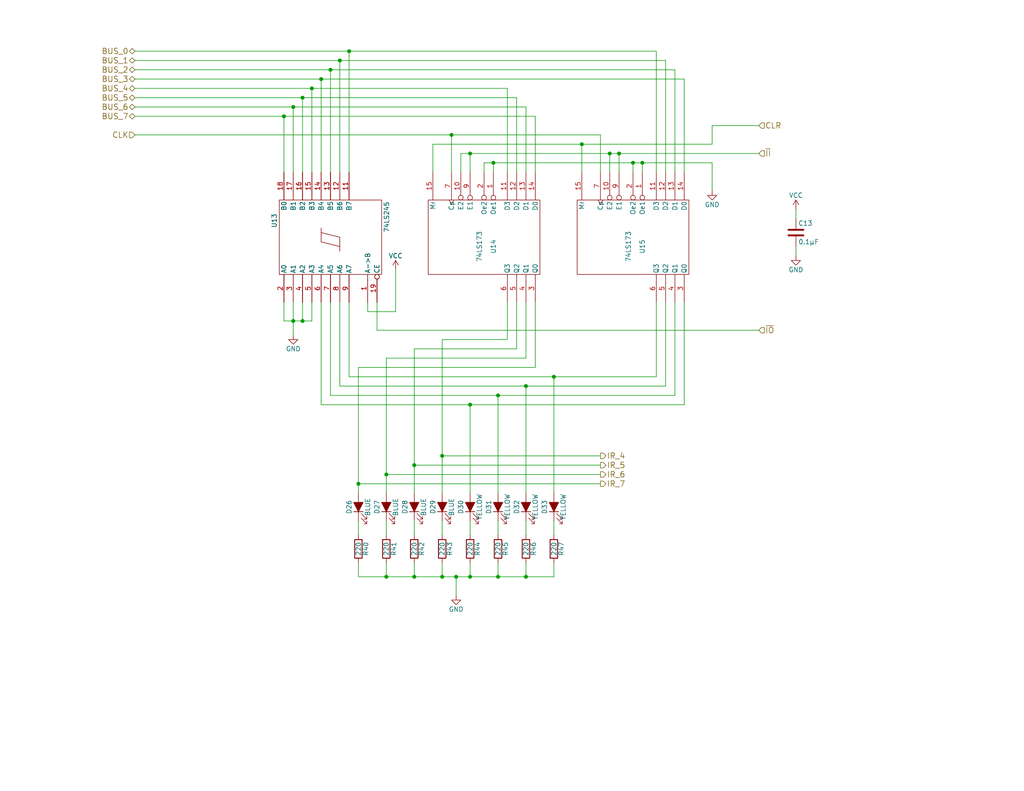
<source format=kicad_sch>
(kicad_sch (version 20230121) (generator eeschema)
  (paper "USLetter")
  (lib_symbols
    (symbol "8bit-computer-rescue:74LS173-8bit-computer-rescue" (pin_names (offset 0.254))
      (property "Reference" "U" (at 2.54 2.54 0))
      (property "Value" "8bit-computer-rescue:74LS173" (at 2.54 -1.27 0))
      (symbol "74LS173-8bit-computer-rescue_0_0"
        (pin power_in line (at -7.62 15.24 90) (length 0) hide (name "VCC") (number "16"))
        (pin power_in line (at -7.62 -15.24 90) (length 0) hide (name "GND") (number "8"))
      )
      (symbol "74LS173-8bit-computer-rescue_0_1"
        (rectangle (start -10.16 15.24) (end 10.16 -15.24))
      )
      (symbol "74LS173-8bit-computer-rescue_1_1"
        (pin input inverted (at -17.78 2.54 0) (length 7.62) (name "Oe1") (number "1"))
        (pin input inverted (at -17.78 -6.35 0) (length 7.62) (name "E2") (number "10"))
        (pin input line (at -17.78 6.35 0) (length 7.62) (name "D3") (number "11"))
        (pin input line (at -17.78 8.89 0) (length 7.62) (name "D2") (number "12"))
        (pin input line (at -17.78 11.43 0) (length 7.62) (name "D1") (number "13"))
        (pin input line (at -17.78 13.97 0) (length 7.62) (name "D0") (number "14"))
        (pin input line (at -17.78 -13.97 0) (length 7.62) (name "Mr") (number "15"))
        (pin input inverted (at -17.78 0 0) (length 7.62) (name "Oe2") (number "2"))
        (pin tri_state line (at 17.78 13.97 180) (length 7.62) (name "Q0") (number "3"))
        (pin tri_state line (at 17.78 11.43 180) (length 7.62) (name "Q1") (number "4"))
        (pin tri_state line (at 17.78 8.89 180) (length 7.62) (name "Q2") (number "5"))
        (pin tri_state line (at 17.78 6.35 180) (length 7.62) (name "Q3") (number "6"))
        (pin input clock (at -17.78 -8.89 0) (length 7.62) (name "Cp") (number "7"))
        (pin input inverted (at -17.78 -3.81 0) (length 7.62) (name "E1") (number "9"))
      )
    )
    (symbol "8bit-computer-rescue:74LS245-8bit-computer-rescue" (pin_names (offset 0.254))
      (property "Reference" "U" (at 2.54 14.605 0))
      (property "Value" "8bit-computer-rescue:74LS245" (at 1.27 -14.605 0))
      (symbol "74LS245-8bit-computer-rescue_0_0"
        (pin power_in line (at 0 -13.97 90) (length 0) hide (name "GND") (number "10"))
        (pin power_in line (at 0 13.97 270) (length 0) hide (name "VCC") (number "20"))
      )
      (symbol "74LS245-8bit-computer-rescue_0_1"
        (rectangle (start -10.16 13.97) (end 10.16 -13.97))
        (polyline (pts (xy 1.27 2.54) (xy 0 -2.54) (xy -2.54 -2.54)))
        (polyline (pts (xy 2.54 2.54) (xy -1.27 2.54) (xy -2.54 -2.54) (xy -3.81 -2.54)))
      )
      (symbol "74LS245-8bit-computer-rescue_1_1"
        (pin input line (at -17.78 -10.16 0) (length 7.62) (name "A->B") (number "1"))
        (pin tri_state line (at 17.78 -5.08 180) (length 7.62) (name "B7") (number "11"))
        (pin tri_state line (at 17.78 -2.54 180) (length 7.62) (name "B6") (number "12"))
        (pin tri_state line (at 17.78 0 180) (length 7.62) (name "B5") (number "13"))
        (pin tri_state line (at 17.78 2.54 180) (length 7.62) (name "B4") (number "14"))
        (pin tri_state line (at 17.78 5.08 180) (length 7.62) (name "B3") (number "15"))
        (pin tri_state line (at 17.78 7.62 180) (length 7.62) (name "B2") (number "16"))
        (pin tri_state line (at 17.78 10.16 180) (length 7.62) (name "B1") (number "17"))
        (pin tri_state line (at 17.78 12.7 180) (length 7.62) (name "B0") (number "18"))
        (pin input inverted (at -17.78 -12.7 0) (length 7.62) (name "CE") (number "19"))
        (pin tri_state line (at -17.78 12.7 0) (length 7.62) (name "A0") (number "2"))
        (pin tri_state line (at -17.78 10.16 0) (length 7.62) (name "A1") (number "3"))
        (pin tri_state line (at -17.78 7.62 0) (length 7.62) (name "A2") (number "4"))
        (pin tri_state line (at -17.78 5.08 0) (length 7.62) (name "A3") (number "5"))
        (pin tri_state line (at -17.78 2.54 0) (length 7.62) (name "A4") (number "6"))
        (pin tri_state line (at -17.78 0 0) (length 7.62) (name "A5") (number "7"))
        (pin tri_state line (at -17.78 -2.54 0) (length 7.62) (name "A6") (number "8"))
        (pin tri_state line (at -17.78 -5.08 0) (length 7.62) (name "A7") (number "9"))
      )
    )
    (symbol "8bit-computer-rescue:LED_ALT-Device" (pin_numbers hide) (pin_names (offset 1.016) hide)
      (property "Reference" "D" (at 0 2.54 0))
      (property "Value" "Device:LED_ALT" (at 0 -2.54 0))
      (symbol "LED_ALT-Device_0_1"
        (polyline (pts (xy -1.27 -1.27) (xy -1.27 1.27)) (stroke (width 0.2032)))
        (polyline (pts (xy -1.27 0) (xy 1.27 0)))
        (polyline (pts (xy 1.27 -1.27) (xy 1.27 1.27) (xy -1.27 0) (xy 1.27 -1.27)) (stroke (width 0.2032)) (fill (type outline)))
        (polyline (pts (xy -3.048 -0.762) (xy -4.572 -2.286) (xy -3.81 -2.286) (xy -4.572 -2.286) (xy -4.572 -1.524)))
        (polyline (pts (xy -1.778 -0.762) (xy -3.302 -2.286) (xy -2.54 -2.286) (xy -3.302 -2.286) (xy -3.302 -1.524)))
      )
      (symbol "LED_ALT-Device_1_1"
        (pin passive line (at -3.81 0 0) (length 2.54) (name "K") (number "1"))
        (pin passive line (at 3.81 0 180) (length 2.54) (name "A") (number "2"))
      )
    )
    (symbol "Device:C" (pin_numbers hide) (pin_names (offset 0.254))
      (property "Reference" "C" (at 0.635 2.54 0))
      (property "Value" "C" (at 0.635 -2.54 0))
      (symbol "C_0_1"
        (polyline (pts (xy -2.032 -0.762) (xy 2.032 -0.762)) (stroke (width 0.508)))
        (polyline (pts (xy -2.032 0.762) (xy 2.032 0.762)) (stroke (width 0.508)))
      )
      (symbol "C_1_1"
        (pin passive line (at 0 3.81 270) (length 2.794) (name "~") (number "1"))
        (pin passive line (at 0 -3.81 90) (length 2.794) (name "~") (number "2"))
      )
    )
    (symbol "Device:R" (pin_numbers hide) (pin_names (offset 0))
      (property "Reference" "R" (at 2.032 0 90))
      (property "Value" "R" (at 0 0 90))
      (symbol "R_0_1"
        (rectangle (start -1.016 -2.54) (end 1.016 2.54) (stroke (width 0.254)))
      )
      (symbol "R_1_1"
        (pin passive line (at 0 3.81 270) (length 1.27) (name "~") (number "1"))
        (pin passive line (at 0 -3.81 90) (length 1.27) (name "~") (number "2"))
      )
    )
    (symbol "power:GND" (power) (pin_names (offset 0))
      (property "Value" "GND" (at 0 -3.81 0))
      (symbol "GND_0_1"
        (polyline (pts (xy 0 0) (xy 0 -1.27) (xy 1.27 -1.27) (xy 0 -2.54) (xy -1.27 -1.27) (xy 0 -1.27)))
      )
      (symbol "GND_1_1"
        (pin power_in line (at 0 0 270) (length 0) hide (name "GND") (number "1"))
      )
    )
    (symbol "power:VCC" (power) (pin_names (offset 0))
      (property "Value" "VCC" (at 0 3.81 0))
      (symbol "VCC_0_1"
        (polyline (pts (xy -0.762 1.27) (xy 0 2.54)))
        (polyline (pts (xy 0 0) (xy 0 2.54)))
        (polyline (pts (xy 0 2.54) (xy 0.762 1.27)))
      )
      (symbol "VCC_1_1"
        (pin power_in line (at 0 0 90) (length 0) hide (name "VCC") (number "1"))
      )
    )
  )
  (junction (at 113.03 127))
  (junction (at 113.03 157.48))
  (junction (at 175.26 44.45))
  (junction (at 151.13 102.87))
  (junction (at 158.75 39.37))
  (junction (at 120.65 157.48))
  (junction (at 80.01 29.21))
  (junction (at 120.65 124.46))
  (junction (at 168.91 41.91))
  (junction (at 105.41 157.48))
  (junction (at 92.71 16.51))
  (junction (at 80.01 87.63))
  (junction (at 128.27 110.49))
  (junction (at 124.46 157.48))
  (junction (at 172.72 44.45))
  (junction (at 105.41 129.54))
  (junction (at 82.55 87.63))
  (junction (at 77.47 31.75))
  (junction (at 123.19 36.83))
  (junction (at 128.27 41.91))
  (junction (at 82.55 26.67))
  (junction (at 97.79 132.08))
  (junction (at 135.89 157.48))
  (junction (at 166.37 41.91))
  (junction (at 128.27 157.48))
  (junction (at 90.17 19.05))
  (junction (at 87.63 21.59))
  (junction (at 134.62 44.45))
  (junction (at 143.51 157.48))
  (junction (at 85.09 24.13))
  (junction (at 135.89 107.95))
  (junction (at 143.51 105.41))
  (junction (at 95.25 13.97))
  (wire (pts (xy 105.41 153.67) (xy 105.41 157.48)))
  (wire (pts (xy 151.13 102.87) (xy 179.07 102.87)))
  (wire (pts (xy 135.89 142.24) (xy 135.89 146.05)))
  (wire (pts (xy 146.05 31.75) (xy 146.05 46.99)))
  (wire (pts (xy 36.83 21.59) (xy 87.63 21.59)))
  (wire (pts (xy 181.61 16.51) (xy 181.61 46.99)))
  (wire (pts (xy 140.97 26.67) (xy 140.97 46.99)))
  (wire (pts (xy 80.01 82.55) (xy 80.01 87.63)))
  (wire (pts (xy 113.03 157.48) (xy 120.65 157.48)))
  (wire (pts (xy 36.83 16.51) (xy 92.71 16.51)))
  (wire (pts (xy 166.37 41.91) (xy 166.37 46.99)))
  (wire (pts (xy 186.69 110.49) (xy 186.69 82.55)))
  (wire (pts (xy 120.65 157.48) (xy 124.46 157.48)))
  (wire (pts (xy 82.55 26.67) (xy 140.97 26.67)))
  (wire (pts (xy 179.07 102.87) (xy 179.07 82.55)))
  (wire (pts (xy 128.27 157.48) (xy 135.89 157.48)))
  (wire (pts (xy 217.17 67.31) (xy 217.17 69.85)))
  (wire (pts (xy 138.43 24.13) (xy 138.43 46.99)))
  (wire (pts (xy 102.87 82.55) (xy 102.87 90.17)))
  (wire (pts (xy 163.83 132.08) (xy 97.79 132.08)))
  (wire (pts (xy 113.03 153.67) (xy 113.03 157.48)))
  (wire (pts (xy 135.89 153.67) (xy 135.89 157.48)))
  (wire (pts (xy 80.01 29.21) (xy 143.51 29.21)))
  (wire (pts (xy 120.65 124.46) (xy 120.65 134.62)))
  (wire (pts (xy 125.73 46.99) (xy 125.73 41.91)))
  (wire (pts (xy 95.25 13.97) (xy 179.07 13.97)))
  (wire (pts (xy 118.11 39.37) (xy 158.75 39.37)))
  (wire (pts (xy 95.25 102.87) (xy 151.13 102.87)))
  (wire (pts (xy 132.08 44.45) (xy 134.62 44.45)))
  (wire (pts (xy 186.69 21.59) (xy 186.69 46.99)))
  (wire (pts (xy 128.27 110.49) (xy 128.27 134.62)))
  (wire (pts (xy 135.89 107.95) (xy 184.15 107.95)))
  (wire (pts (xy 135.89 157.48) (xy 143.51 157.48)))
  (wire (pts (xy 87.63 110.49) (xy 128.27 110.49)))
  (wire (pts (xy 172.72 44.45) (xy 175.26 44.45)))
  (wire (pts (xy 100.33 85.09) (xy 107.95 85.09)))
  (wire (pts (xy 97.79 132.08) (xy 97.79 134.62)))
  (wire (pts (xy 77.47 87.63) (xy 80.01 87.63)))
  (wire (pts (xy 92.71 16.51) (xy 92.71 46.99)))
  (wire (pts (xy 92.71 82.55) (xy 92.71 105.41)))
  (wire (pts (xy 143.51 105.41) (xy 181.61 105.41)))
  (wire (pts (xy 128.27 110.49) (xy 186.69 110.49)))
  (wire (pts (xy 113.03 95.25) (xy 113.03 127)))
  (wire (pts (xy 166.37 41.91) (xy 168.91 41.91)))
  (wire (pts (xy 105.41 157.48) (xy 113.03 157.48)))
  (wire (pts (xy 217.17 57.15) (xy 217.17 59.69)))
  (wire (pts (xy 80.01 29.21) (xy 80.01 46.99)))
  (wire (pts (xy 36.83 36.83) (xy 123.19 36.83)))
  (wire (pts (xy 90.17 19.05) (xy 184.15 19.05)))
  (wire (pts (xy 107.95 85.09) (xy 107.95 73.66)))
  (wire (pts (xy 120.65 142.24) (xy 120.65 146.05)))
  (wire (pts (xy 36.83 24.13) (xy 85.09 24.13)))
  (wire (pts (xy 85.09 46.99) (xy 85.09 24.13)))
  (wire (pts (xy 158.75 39.37) (xy 194.31 39.37)))
  (wire (pts (xy 140.97 95.25) (xy 140.97 82.55)))
  (wire (pts (xy 95.25 13.97) (xy 95.25 46.99)))
  (wire (pts (xy 175.26 44.45) (xy 194.31 44.45)))
  (wire (pts (xy 151.13 142.24) (xy 151.13 146.05)))
  (wire (pts (xy 36.83 31.75) (xy 77.47 31.75)))
  (wire (pts (xy 105.41 129.54) (xy 105.41 134.62)))
  (wire (pts (xy 92.71 16.51) (xy 181.61 16.51)))
  (wire (pts (xy 120.65 92.71) (xy 120.65 124.46)))
  (wire (pts (xy 128.27 142.24) (xy 128.27 146.05)))
  (wire (pts (xy 163.83 36.83) (xy 163.83 46.99)))
  (wire (pts (xy 163.83 129.54) (xy 105.41 129.54)))
  (wire (pts (xy 118.11 46.99) (xy 118.11 39.37)))
  (wire (pts (xy 125.73 41.91) (xy 128.27 41.91)))
  (wire (pts (xy 36.83 13.97) (xy 95.25 13.97)))
  (wire (pts (xy 179.07 13.97) (xy 179.07 46.99)))
  (wire (pts (xy 175.26 44.45) (xy 175.26 46.99)))
  (wire (pts (xy 138.43 92.71) (xy 138.43 82.55)))
  (wire (pts (xy 82.55 87.63) (xy 85.09 87.63)))
  (wire (pts (xy 90.17 107.95) (xy 135.89 107.95)))
  (wire (pts (xy 163.83 127) (xy 113.03 127)))
  (wire (pts (xy 85.09 24.13) (xy 138.43 24.13)))
  (wire (pts (xy 105.41 97.79) (xy 105.41 129.54)))
  (wire (pts (xy 36.83 19.05) (xy 90.17 19.05)))
  (wire (pts (xy 143.51 97.79) (xy 143.51 82.55)))
  (wire (pts (xy 97.79 153.67) (xy 97.79 157.48)))
  (wire (pts (xy 168.91 41.91) (xy 168.91 46.99)))
  (wire (pts (xy 143.51 142.24) (xy 143.51 146.05)))
  (wire (pts (xy 120.65 153.67) (xy 120.65 157.48)))
  (wire (pts (xy 194.31 34.29) (xy 207.01 34.29)))
  (wire (pts (xy 77.47 31.75) (xy 146.05 31.75)))
  (wire (pts (xy 143.51 29.21) (xy 143.51 46.99)))
  (wire (pts (xy 123.19 36.83) (xy 163.83 36.83)))
  (wire (pts (xy 120.65 92.71) (xy 138.43 92.71)))
  (wire (pts (xy 184.15 107.95) (xy 184.15 82.55)))
  (wire (pts (xy 36.83 29.21) (xy 80.01 29.21)))
  (wire (pts (xy 97.79 100.33) (xy 97.79 132.08)))
  (wire (pts (xy 134.62 44.45) (xy 172.72 44.45)))
  (wire (pts (xy 105.41 142.24) (xy 105.41 146.05)))
  (wire (pts (xy 151.13 157.48) (xy 151.13 153.67)))
  (wire (pts (xy 82.55 82.55) (xy 82.55 87.63)))
  (wire (pts (xy 181.61 105.41) (xy 181.61 82.55)))
  (wire (pts (xy 80.01 87.63) (xy 82.55 87.63)))
  (wire (pts (xy 143.51 153.67) (xy 143.51 157.48)))
  (wire (pts (xy 87.63 82.55) (xy 87.63 110.49)))
  (wire (pts (xy 163.83 124.46) (xy 120.65 124.46)))
  (wire (pts (xy 85.09 87.63) (xy 85.09 82.55)))
  (wire (pts (xy 143.51 105.41) (xy 143.51 134.62)))
  (wire (pts (xy 97.79 142.24) (xy 97.79 146.05)))
  (wire (pts (xy 128.27 153.67) (xy 128.27 157.48)))
  (wire (pts (xy 168.91 41.91) (xy 207.01 41.91)))
  (wire (pts (xy 36.83 26.67) (xy 82.55 26.67)))
  (wire (pts (xy 134.62 44.45) (xy 134.62 46.99)))
  (wire (pts (xy 128.27 41.91) (xy 128.27 46.99)))
  (wire (pts (xy 82.55 26.67) (xy 82.55 46.99)))
  (wire (pts (xy 124.46 157.48) (xy 128.27 157.48)))
  (wire (pts (xy 124.46 162.56) (xy 124.46 157.48)))
  (wire (pts (xy 151.13 102.87) (xy 151.13 134.62)))
  (wire (pts (xy 90.17 19.05) (xy 90.17 46.99)))
  (wire (pts (xy 113.03 95.25) (xy 140.97 95.25)))
  (wire (pts (xy 194.31 39.37) (xy 194.31 34.29)))
  (wire (pts (xy 146.05 100.33) (xy 146.05 82.55)))
  (wire (pts (xy 158.75 39.37) (xy 158.75 46.99)))
  (wire (pts (xy 113.03 142.24) (xy 113.03 146.05)))
  (wire (pts (xy 100.33 82.55) (xy 100.33 85.09)))
  (wire (pts (xy 77.47 82.55) (xy 77.47 87.63)))
  (wire (pts (xy 102.87 90.17) (xy 207.01 90.17)))
  (wire (pts (xy 77.47 31.75) (xy 77.47 46.99)))
  (wire (pts (xy 92.71 105.41) (xy 143.51 105.41)))
  (wire (pts (xy 90.17 82.55) (xy 90.17 107.95)))
  (wire (pts (xy 172.72 44.45) (xy 172.72 46.99)))
  (wire (pts (xy 135.89 107.95) (xy 135.89 134.62)))
  (wire (pts (xy 95.25 82.55) (xy 95.25 102.87)))
  (wire (pts (xy 132.08 46.99) (xy 132.08 44.45)))
  (wire (pts (xy 87.63 21.59) (xy 186.69 21.59)))
  (wire (pts (xy 80.01 87.63) (xy 80.01 91.44)))
  (wire (pts (xy 87.63 21.59) (xy 87.63 46.99)))
  (wire (pts (xy 97.79 100.33) (xy 146.05 100.33)))
  (wire (pts (xy 184.15 19.05) (xy 184.15 46.99)))
  (wire (pts (xy 105.41 97.79) (xy 143.51 97.79)))
  (wire (pts (xy 194.31 44.45) (xy 194.31 52.07)))
  (wire (pts (xy 128.27 41.91) (xy 166.37 41.91)))
  (wire (pts (xy 123.19 36.83) (xy 123.19 46.99)))
  (wire (pts (xy 113.03 127) (xy 113.03 134.62)))
  (wire (pts (xy 97.79 157.48) (xy 105.41 157.48)))
  (wire (pts (xy 143.51 157.48) (xy 151.13 157.48)))
  (hierarchical_label "BUS_4" (shape bidirectional) (at 36.83 24.13 180) (effects (font (size 1.524 1.524))))
  (hierarchical_label "IR_6" (shape output) (at 163.83 129.54 0) (effects (font (size 1.524 1.524))))
  (hierarchical_label "~{IO}" (shape input) (at 207.01 90.17 0) (effects (font (size 1.524 1.524))))
  (hierarchical_label "BUS_1" (shape bidirectional) (at 36.83 16.51 180) (effects (font (size 1.524 1.524))))
  (hierarchical_label "~{II}" (shape input) (at 207.01 41.91 0) (effects (font (size 1.524 1.524))))
  (hierarchical_label "BUS_5" (shape bidirectional) (at 36.83 26.67 180) (effects (font (size 1.524 1.524))))
  (hierarchical_label "IR_7" (shape output) (at 163.83 132.08 0) (effects (font (size 1.524 1.524))))
  (hierarchical_label "CLK" (shape input) (at 36.83 36.83 180) (effects (font (size 1.524 1.524))))
  (hierarchical_label "IR_4" (shape output) (at 163.83 124.46 0) (effects (font (size 1.524 1.524))))
  (hierarchical_label "BUS_7" (shape bidirectional) (at 36.83 31.75 180) (effects (font (size 1.524 1.524))))
  (hierarchical_label "BUS_0" (shape bidirectional) (at 36.83 13.97 180) (effects (font (size 1.524 1.524))))
  (hierarchical_label "BUS_6" (shape bidirectional) (at 36.83 29.21 180) (effects (font (size 1.524 1.524))))
  (hierarchical_label "BUS_2" (shape bidirectional) (at 36.83 19.05 180) (effects (font (size 1.524 1.524))))
  (hierarchical_label "IR_5" (shape output) (at 163.83 127 0) (effects (font (size 1.524 1.524))))
  (hierarchical_label "BUS_3" (shape bidirectional) (at 36.83 21.59 180) (effects (font (size 1.524 1.524))))
  (hierarchical_label "CLR" (shape input) (at 207.01 34.29 0) (effects (font (size 1.524 1.524))))
  (symbol (lib_id "8bit-computer-rescue:LED_ALT-Device") (at 97.79 138.43 90) (unit 1)
    (property "Reference" "D26" (at 95.25 138.43 0))
    (property "Value" "BLUE" (at 100.33 138.43 0))
    (property "Footprint" "LED_THT:LED_D5.0mm" (effects hide))
  )
  (symbol (lib_id "8bit-computer-rescue:LED_ALT-Device") (at 120.65 138.43 90) (unit 1)
    (property "Reference" "D29" (at 118.11 138.43 0))
    (property "Value" "BLUE" (at 123.19 138.43 0))
    (property "Footprint" "LED_THT:LED_D5.0mm" (effects hide))
  )
  (symbol (lib_id "8bit-computer-rescue:LED_ALT-Device") (at 128.27 138.43 90) (unit 1)
    (property "Reference" "D30" (at 125.73 138.43 0))
    (property "Value" "YELLOW" (at 130.81 138.43 0))
    (property "Footprint" "LED_THT:LED_D5.0mm" (effects hide))
  )
  (symbol (lib_id "8bit-computer-rescue:LED_ALT-Device") (at 135.89 138.43 90) (unit 1)
    (property "Reference" "D31" (at 133.35 138.43 0))
    (property "Value" "YELLOW" (at 138.43 138.43 0))
    (property "Footprint" "LED_THT:LED_D5.0mm" (effects hide))
  )
  (symbol (lib_id "Device:R") (at 128.27 149.86 0) (unit 1)
    (property "Reference" "R44" (at 130.302 149.86 90))
    (property "Value" "220" (at 128.27 149.86 90))
    (property "Footprint" "Resistor_THT:R_Axial_DIN0207_L6.3mm_D2.5mm_P7.62mm_Horizontal" (effects hide))
  )
  (symbol (lib_id "power:GND") (at 80.01 91.44 0) (unit 1)
    (property "Reference" "#PWR027" (effects hide))
    (property "Value" "GND" (at 80.01 95.25 0))
  )
  (symbol (lib_id "8bit-computer-rescue:74LS173-8bit-computer-rescue") (at 132.08 64.77 270) (unit 1)
    (property "Reference" "U14" (at 134.62 67.31 0))
    (property "Value" "74LS173" (at 130.81 67.31 0))
    (property "Footprint" "Package_DIP:DIP-16_W7.62mm" (effects hide))
  )
  (symbol (lib_id "8bit-computer-rescue:74LS173-8bit-computer-rescue") (at 172.72 64.77 270) (unit 1)
    (property "Reference" "U15" (at 175.26 67.31 0))
    (property "Value" "74LS173" (at 171.45 67.31 0))
    (property "Footprint" "Package_DIP:DIP-16_W7.62mm" (effects hide))
  )
  (symbol (lib_id "8bit-computer-rescue:74LS245-8bit-computer-rescue") (at 90.17 64.77 90) (unit 1)
    (property "Reference" "U13" (at 75.565 62.23 0) (effects (justify left bottom)))
    (property "Value" "74LS245" (at 104.775 63.5 0) (effects (justify left top)))
    (property "Footprint" "Package_DIP:DIP-20_W7.62mm" (effects hide))
  )
  (symbol (lib_id "8bit-computer-rescue:LED_ALT-Device") (at 105.41 138.43 90) (unit 1)
    (property "Reference" "D27" (at 102.87 138.43 0))
    (property "Value" "BLUE" (at 107.95 138.43 0))
    (property "Footprint" "LED_THT:LED_D5.0mm" (effects hide))
  )
  (symbol (lib_id "8bit-computer-rescue:LED_ALT-Device") (at 113.03 138.43 90) (unit 1)
    (property "Reference" "D28" (at 110.49 138.43 0))
    (property "Value" "BLUE" (at 115.57 138.43 0))
    (property "Footprint" "LED_THT:LED_D5.0mm" (effects hide))
  )
  (symbol (lib_id "8bit-computer-rescue:LED_ALT-Device") (at 143.51 138.43 90) (unit 1)
    (property "Reference" "D32" (at 140.97 138.43 0))
    (property "Value" "YELLOW" (at 146.05 138.43 0))
    (property "Footprint" "LED_THT:LED_D5.0mm" (effects hide))
  )
  (symbol (lib_id "8bit-computer-rescue:LED_ALT-Device") (at 151.13 138.43 90) (unit 1)
    (property "Reference" "D33" (at 148.59 138.43 0))
    (property "Value" "YELLOW" (at 153.67 138.43 0))
    (property "Footprint" "LED_THT:LED_D5.0mm" (effects hide))
  )
  (symbol (lib_id "Device:R") (at 97.79 149.86 0) (unit 1)
    (property "Reference" "R40" (at 99.822 149.86 90))
    (property "Value" "220" (at 97.79 149.86 90))
    (property "Footprint" "Resistor_THT:R_Axial_DIN0207_L6.3mm_D2.5mm_P7.62mm_Horizontal" (effects hide))
  )
  (symbol (lib_id "Device:R") (at 105.41 149.86 0) (unit 1)
    (property "Reference" "R41" (at 107.442 149.86 90))
    (property "Value" "220" (at 105.41 149.86 90))
    (property "Footprint" "Resistor_THT:R_Axial_DIN0207_L6.3mm_D2.5mm_P7.62mm_Horizontal" (effects hide))
  )
  (symbol (lib_id "Device:R") (at 113.03 149.86 0) (unit 1)
    (property "Reference" "R42" (at 115.062 149.86 90))
    (property "Value" "220" (at 113.03 149.86 90))
    (property "Footprint" "Resistor_THT:R_Axial_DIN0207_L6.3mm_D2.5mm_P7.62mm_Horizontal" (effects hide))
  )
  (symbol (lib_id "Device:R") (at 120.65 149.86 0) (unit 1)
    (property "Reference" "R43" (at 122.682 149.86 90))
    (property "Value" "220" (at 120.65 149.86 90))
    (property "Footprint" "Resistor_THT:R_Axial_DIN0207_L6.3mm_D2.5mm_P7.62mm_Horizontal" (effects hide))
  )
  (symbol (lib_id "Device:R") (at 135.89 149.86 0) (unit 1)
    (property "Reference" "R45" (at 137.922 149.86 90))
    (property "Value" "220" (at 135.89 149.86 90))
    (property "Footprint" "Resistor_THT:R_Axial_DIN0207_L6.3mm_D2.5mm_P7.62mm_Horizontal" (effects hide))
  )
  (symbol (lib_id "Device:R") (at 143.51 149.86 0) (unit 1)
    (property "Reference" "R46" (at 145.542 149.86 90))
    (property "Value" "220" (at 143.51 149.86 90))
    (property "Footprint" "Resistor_THT:R_Axial_DIN0207_L6.3mm_D2.5mm_P7.62mm_Horizontal" (effects hide))
  )
  (symbol (lib_id "Device:R") (at 151.13 149.86 0) (unit 1)
    (property "Reference" "R47" (at 153.162 149.86 90))
    (property "Value" "220" (at 151.13 149.86 90))
    (property "Footprint" "Resistor_THT:R_Axial_DIN0207_L6.3mm_D2.5mm_P7.62mm_Horizontal" (effects hide))
  )
  (symbol (lib_id "power:GND") (at 124.46 162.56 0) (unit 1)
    (property "Reference" "#PWR024" (effects hide))
    (property "Value" "GND" (at 124.46 166.37 0))
  )
  (symbol (lib_id "power:VCC") (at 107.95 73.66 0) (unit 1)
    (property "Reference" "#PWR025" (effects hide))
    (property "Value" "VCC" (at 107.95 69.85 0))
  )
  (symbol (lib_id "power:GND") (at 194.31 52.07 0) (unit 1)
    (property "Reference" "#PWR026" (effects hide))
    (property "Value" "GND" (at 194.31 55.88 0))
  )
  (symbol (lib_id "Device:C") (at 217.17 63.5 0) (unit 1)
    (property "Reference" "C13" (at 217.805 60.96 0) (effects (justify left)))
    (property "Value" "0.1µF" (at 217.805 66.04 0) (effects (justify left)))
    (property "Footprint" "Capacitor_THT:C_Disc_D4.3mm_W1.9mm_P5.00mm" (effects hide))
  )
  (symbol (lib_id "power:GND") (at 217.17 69.85 0) (unit 1)
    (property "Reference" "#PWR028" (effects hide))
    (property "Value" "GND" (at 217.17 73.66 0))
  )
  (symbol (lib_id "power:VCC") (at 217.17 57.15 0) (unit 1)
    (property "Reference" "#PWR029" (effects hide))
    (property "Value" "VCC" (at 217.17 53.34 0))
  )
)
</source>
